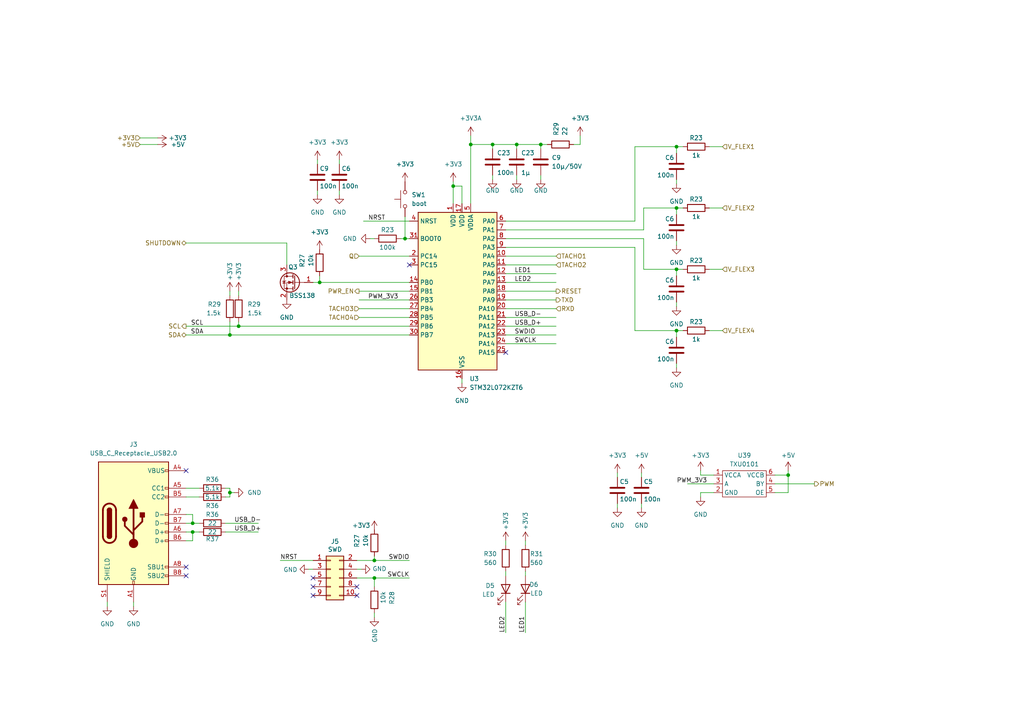
<source format=kicad_sch>
(kicad_sch (version 20231120) (generator "eeschema") (generator_version "8.0")
  (paper "A4")
  (lib_symbols
    (symbol "Connector:USB_C_Receptacle_USB2.0" (pin_names (offset 1.016))
      (property "Reference" "J" (at -10.16 19.05 0))
      (property "Value" "USB_C_Receptacle_USB2.0" (at 19.05 19.05 0))
      (symbol "USB_C_Receptacle_USB2.0_1_1"
        (pin passive line (at 0 -22.86 90) (length 5.08) (name "GND") (number "A1"))
        (pin passive line (at 0 -22.86 90) (length 5.08) hide (name "GND") (number "A12"))
        (pin passive line (at 15.24 15.24 180) (length 5.08) (name "VBUS") (number "A4"))
        (pin bidirectional line (at 15.24 10.16 180) (length 5.08) (name "CC1") (number "A5"))
        (pin bidirectional line (at 15.24 -2.54 180) (length 5.08) (name "D+") (number "A6"))
        (pin bidirectional line (at 15.24 2.54 180) (length 5.08) (name "D-") (number "A7"))
        (pin bidirectional line (at 15.24 -12.7 180) (length 5.08) (name "SBU1") (number "A8"))
        (pin passive line (at 15.24 15.24 180) (length 5.08) hide (name "VBUS") (number "A9"))
        (pin passive line (at 0 -22.86 90) (length 5.08) hide (name "GND") (number "B1"))
        (pin passive line (at 0 -22.86 90) (length 5.08) hide (name "GND") (number "B12"))
        (pin passive line (at 15.24 15.24 180) (length 5.08) hide (name "VBUS") (number "B4"))
        (pin bidirectional line (at 15.24 7.62 180) (length 5.08) (name "CC2") (number "B5"))
        (pin bidirectional line (at 15.24 -5.08 180) (length 5.08) (name "D+") (number "B6"))
        (pin bidirectional line (at 15.24 0 180) (length 5.08) (name "D-") (number "B7"))
        (pin bidirectional line (at 15.24 -15.24 180) (length 5.08) (name "SBU2") (number "B8"))
        (pin passive line (at 15.24 15.24 180) (length 5.08) hide (name "VBUS") (number "B9"))
        (pin passive line (at -7.62 -22.86 90) (length 5.08) (name "SHIELD") (number "S1"))
      )
    )
    (symbol "Device:C" (pin_numbers hide) (pin_names (offset 0.254))
      (property "Reference" "C" (at 0.635 2.54 0))
      (property "Value" "C" (at 0.635 -2.54 0))
      (symbol "C_1_1"
        (pin passive line (at 0 3.81 270) (length 2.794) (name "~") (number "1"))
        (pin passive line (at 0 -3.81 90) (length 2.794) (name "~") (number "2"))
      )
    )
    (symbol "Device:LED" (pin_numbers hide) (pin_names (offset 1.016) hide)
      (property "Reference" "D" (at 0 2.54 0))
      (property "Value" "LED" (at 0 -2.54 0))
      (symbol "LED_1_1"
        (pin passive line (at -3.81 0 0) (length 2.54) (name "K") (number "1"))
        (pin passive line (at 3.81 0 180) (length 2.54) (name "A") (number "2"))
      )
    )
    (symbol "Device:R" (pin_numbers hide) (pin_names (offset 0))
      (property "Reference" "R" (at 2.032 0 90))
      (property "Value" "R" (at 0 0 90))
      (symbol "R_1_1"
        (pin passive line (at 0 3.81 270) (length 1.27) (name "~") (number "1"))
        (pin passive line (at 0 -3.81 90) (length 1.27) (name "~") (number "2"))
      )
    )
    (symbol "GND_1" (power) (pin_names (offset 0))
      (property "Value" "GND_1" (at 0 -3.81 0))
      (symbol "GND_1_1_1"
        (pin power_in line (at 0 0 270) (length 0) hide (name "GND") (number "1"))
      )
    )
    (symbol "MCU_ST_STM32L0:STM32L052K6Tx"
      (property "Reference" "U" (at -10.16 24.13 0))
      (property "Value" "STM32L052K6Tx" (at 7.62 24.13 0))
      (symbol "STM32L052K6Tx_1_1"
        (pin power_in line (at 0 25.4 270) (length 2.54) (name "VDD") (number "1"))
        (pin bidirectional line (at 15.24 10.16 180) (length 2.54) (name "PA4") (number "10"))
        (pin bidirectional line (at 15.24 7.62 180) (length 2.54) (name "PA5") (number "11"))
        (pin bidirectional line (at 15.24 5.08 180) (length 2.54) (name "PA6") (number "12"))
        (pin bidirectional line (at 15.24 2.54 180) (length 2.54) (name "PA7") (number "13"))
        (pin bidirectional line (at -12.7 2.54 0) (length 2.54) (name "PB0") (number "14"))
        (pin bidirectional line (at -12.7 0 0) (length 2.54) (name "PB1") (number "15"))
        (pin power_in line (at 2.54 -25.4 90) (length 2.54) (name "VSS") (number "16"))
        (pin power_in line (at 2.54 25.4 270) (length 2.54) (name "VDD") (number "17"))
        (pin bidirectional line (at 15.24 0 180) (length 2.54) (name "PA8") (number "18"))
        (pin bidirectional line (at 15.24 -2.54 180) (length 2.54) (name "PA9") (number "19"))
        (pin bidirectional line (at -12.7 10.16 0) (length 2.54) (name "PC14") (number "2"))
        (pin bidirectional line (at 15.24 -5.08 180) (length 2.54) (name "PA10") (number "20"))
        (pin bidirectional line (at 15.24 -7.62 180) (length 2.54) (name "PA11") (number "21"))
        (pin bidirectional line (at 15.24 -10.16 180) (length 2.54) (name "PA12") (number "22"))
        (pin bidirectional line (at 15.24 -12.7 180) (length 2.54) (name "PA13") (number "23"))
        (pin bidirectional line (at 15.24 -15.24 180) (length 2.54) (name "PA14") (number "24"))
        (pin bidirectional line (at 15.24 -17.78 180) (length 2.54) (name "PA15") (number "25"))
        (pin bidirectional line (at -12.7 -2.54 0) (length 2.54) (name "PB3") (number "26"))
        (pin bidirectional line (at -12.7 -5.08 0) (length 2.54) (name "PB4") (number "27"))
        (pin bidirectional line (at -12.7 -7.62 0) (length 2.54) (name "PB5") (number "28"))
        (pin bidirectional line (at -12.7 -10.16 0) (length 2.54) (name "PB6") (number "29"))
        (pin bidirectional line (at -12.7 7.62 0) (length 2.54) (name "PC15") (number "3"))
        (pin bidirectional line (at -12.7 -12.7 0) (length 2.54) (name "PB7") (number "30"))
        (pin input line (at -12.7 15.24 0) (length 2.54) (name "BOOT0") (number "31"))
        (pin passive line (at 2.54 -25.4 90) (length 2.54) hide (name "VSS") (number "32"))
        (pin input line (at -12.7 20.32 0) (length 2.54) (name "NRST") (number "4"))
        (pin power_in line (at 5.08 25.4 270) (length 2.54) (name "VDDA") (number "5"))
        (pin bidirectional line (at 15.24 20.32 180) (length 2.54) (name "PA0") (number "6"))
        (pin bidirectional line (at 15.24 17.78 180) (length 2.54) (name "PA1") (number "7"))
        (pin bidirectional line (at 15.24 15.24 180) (length 2.54) (name "PA2") (number "8"))
        (pin bidirectional line (at 15.24 12.7 180) (length 2.54) (name "PA3") (number "9"))
      )
    )
    (symbol "Switch:SW_Push" (pin_numbers hide) (pin_names (offset 1.016) hide)
      (property "Reference" "SW" (at 1.27 2.54 0))
      (property "Value" "SW_Push" (at 0 -1.524 0))
      (symbol "SW_Push_0_1"
        (pin passive line (at -5.08 0 0) (length 2.54) (name "1") (number "1"))
        (pin passive line (at 5.08 0 180) (length 2.54) (name "2") (number "2"))
      )
    )
    (symbol "Transistor_FET:BSS138" (pin_names hide)
      (property "Reference" "Q" (at 5.08 1.905 0))
      (property "Value" "BSS138" (at 5.08 0 0))
      (symbol "BSS138_1_1"
        (pin input line (at -5.08 0 0) (length 2.54) (name "G") (number "1"))
        (pin passive line (at 2.54 -5.08 90) (length 2.54) (name "S") (number "2"))
        (pin passive line (at 2.54 5.08 270) (length 2.54) (name "D") (number "3"))
      )
    )
    (symbol "clock-rescue:R" (pin_numbers hide) (pin_names (offset 0))
      (property "Reference" "R" (at 2.032 0 90))
      (property "Value" "R" (at 0 0 90))
      (symbol "R_1_1"
        (pin passive line (at 0 3.81 270) (length 1.27) (name "~") (number "1"))
        (pin passive line (at 0 -3.81 90) (length 1.27) (name "~") (number "2"))
      )
    )
    (symbol "dwc-hat-rescue:+3V3-power" (power) (pin_names (offset 0))
      (property "Value" "+3V3-power" (at 0 3.556 0))
      (symbol "+3V3-power_1_1"
        (pin power_in line (at 0 0 90) (length 0) hide (name "+3V3") (number "1"))
      )
    )
    (symbol "dwc-hat-rescue:Conn_02x05_Odd_Even-Connector_Generic" (pin_names (offset 1.016) hide)
      (property "Reference" "J" (at 1.27 7.62 0))
      (property "Value" "Connector_Generic_Conn_02x05_Odd_Even" (at 1.27 -7.62 0))
      (symbol "Conn_02x05_Odd_Even-Connector_Generic_1_1"
        (pin passive line (at -5.08 5.08 0) (length 3.81) (name "Pin_1") (number "1"))
        (pin passive line (at 7.62 -5.08 180) (length 3.81) (name "Pin_10") (number "10"))
        (pin passive line (at 7.62 5.08 180) (length 3.81) (name "Pin_2") (number "2"))
        (pin passive line (at -5.08 2.54 0) (length 3.81) (name "Pin_3") (number "3"))
        (pin passive line (at 7.62 2.54 180) (length 3.81) (name "Pin_4") (number "4"))
        (pin passive line (at -5.08 0 0) (length 3.81) (name "Pin_5") (number "5"))
        (pin passive line (at 7.62 0 180) (length 3.81) (name "Pin_6") (number "6"))
        (pin passive line (at -5.08 -2.54 0) (length 3.81) (name "Pin_7") (number "7"))
        (pin passive line (at 7.62 -2.54 180) (length 3.81) (name "Pin_8") (number "8"))
        (pin passive line (at -5.08 -5.08 0) (length 3.81) (name "Pin_9") (number "9"))
      )
    )
    (symbol "dwc-hat-rescue:GND-power" (power) (pin_names (offset 0))
      (property "Value" "GND-power" (at 0 -3.81 0))
      (symbol "GND-power_1_1"
        (pin power_in line (at 0 0 270) (length 0) hide (name "GND") (number "1"))
      )
    )
    (symbol "dwc-hat-rescue:R-Device" (pin_numbers hide) (pin_names (offset 0))
      (property "Reference" "R" (at 2.032 0 90))
      (property "Value" "Device_R" (at 0 0 90))
      (symbol "R-Device_1_1"
        (pin passive line (at 0 3.81 270) (length 1.27) (name "~") (number "1"))
        (pin passive line (at 0 -3.81 90) (length 1.27) (name "~") (number "2"))
      )
    )
    (symbol "mylib7:+3V3A" (power) (pin_names (offset 0))
      (property "Value" "+3V3A" (at 0 3.556 0))
      (symbol "+3V3A_1_1"
        (pin power_in line (at 0 0 90) (length 0) hide (name "+3V3A") (number "1"))
      )
    )
    (symbol "mylib7:TXU0101DCK"
      (property "Reference" "U" (at -5.08 5.08 0))
      (property "Value" "TXU0101" (at -1.27 -5.08 0))
      (symbol "TXU0101DCK_1_1"
        (pin power_in line (at -8.89 2.54 0) (length 2.54) (name "VCCA") (number "1"))
        (pin power_in line (at -8.89 -2.54 0) (length 2.54) (name "GND") (number "2"))
        (pin input line (at -8.89 0 0) (length 2.54) (name "A") (number "3"))
        (pin output line (at 8.89 0 180) (length 2.54) (name "BY") (number "4"))
        (pin input line (at 8.89 -2.54 180) (length 2.54) (name "OE") (number "5"))
        (pin power_in line (at 8.89 2.54 180) (length 2.54) (name "VCCB") (number "6"))
      )
    )
    (symbol "power:+3V3" (power) (pin_names (offset 0))
      (property "Value" "+3V3" (at 0 3.556 0))
      (symbol "+3V3_1_1"
        (pin power_in line (at 0 0 90) (length 0) hide (name "+3V3") (number "1"))
      )
    )
    (symbol "power:+5V" (power) (pin_names (offset 0))
      (property "Value" "+5V" (at 0 3.556 0))
      (symbol "+5V_1_1"
        (pin power_in line (at 0 0 90) (length 0) hide (name "+5V") (number "1"))
      )
    )
    (symbol "power:GND" (power) (pin_names (offset 0))
      (property "Value" "GND" (at 0 -3.81 0))
      (symbol "GND_1_1"
        (pin power_in line (at 0 0 270) (length 0) hide (name "GND") (number "1"))
      )
    )
    (symbol "vfd1-rescue:C" (pin_numbers hide) (pin_names (offset 0.254))
      (property "Reference" "C" (at 0.635 2.54 0))
      (property "Value" "C" (at 0.635 -2.54 0))
      (symbol "C_1_1"
        (pin passive line (at 0 3.81 270) (length 2.794) (name "~") (number "1"))
        (pin passive line (at 0 -3.81 90) (length 2.794) (name "~") (number "2"))
      )
    )
  )
  (junction (at 92.71 81.915))
  (junction (at 196.215 78.105))
  (junction (at 55.88 151.765))
  (junction (at 69.215 94.615))
  (junction (at 196.215 42.545))
  (junction (at 149.86 41.91))
  (junction (at 55.88 154.305))
  (junction (at 136.525 41.91))
  (junction (at 228.6 137.795))
  (junction (at 196.215 95.885))
  (junction (at 142.875 41.91))
  (junction (at 108.585 162.56))
  (junction (at 156.845 41.91))
  (junction (at 108.585 167.64))
  (junction (at 131.445 53.975))
  (junction (at 196.215 60.325))
  (junction (at 66.675 97.155))
  (junction (at 66.675 142.875))
  (junction (at 117.475 69.215))
  (no_connect (at 53.975 136.525))
  (no_connect (at 53.975 167.005))
  (no_connect (at 90.805 172.72))
  (no_connect (at 118.745 76.835))
  (no_connect (at 90.805 170.18))
  (no_connect (at 103.505 172.72))
  (no_connect (at 103.505 170.18))
  (no_connect (at 53.975 164.465))
  (no_connect (at 90.805 167.64))
  (no_connect (at 146.685 102.235))
  (wire (pts (xy 136.525 41.91) (xy 136.525 59.055)))
  (wire (pts (xy 224.79 137.795) (xy 228.6 137.795)))
  (wire (pts (xy 69.215 93.345) (xy 69.215 94.615)))
  (wire (pts (xy 186.055 146.05) (xy 186.055 147.32)))
  (wire (pts (xy 116.205 69.215) (xy 117.475 69.215)))
  (wire (pts (xy 53.975 144.145) (xy 57.785 144.145)))
  (wire (pts (xy 65.405 141.605) (xy 66.675 141.605)))
  (wire (pts (xy 184.15 42.545) (xy 184.15 64.135)))
  (wire (pts (xy 186.055 137.16) (xy 186.055 138.43)))
  (wire (pts (xy 146.685 74.295) (xy 161.29 74.295)))
  (wire (pts (xy 92.71 81.915) (xy 118.745 81.915)))
  (wire (pts (xy 184.15 71.755) (xy 184.15 95.885)))
  (wire (pts (xy 118.745 92.075) (xy 104.14 92.075)))
  (wire (pts (xy 196.215 42.545) (xy 196.215 44.45)))
  (wire (pts (xy 203.2 142.875) (xy 207.01 142.875)))
  (wire (pts (xy 131.445 52.705) (xy 131.445 53.975)))
  (wire (pts (xy 156.845 41.91) (xy 156.845 43.18)))
  (wire (pts (xy 228.6 142.875) (xy 228.6 137.795)))
  (wire (pts (xy 186.69 60.325) (xy 186.69 66.675)))
  (wire (pts (xy 146.685 84.455) (xy 161.29 84.455)))
  (wire (pts (xy 104.775 165.1) (xy 103.505 165.1)))
  (wire (pts (xy 117.475 69.215) (xy 118.745 69.215)))
  (wire (pts (xy 66.675 144.145) (xy 65.405 144.145)))
  (wire (pts (xy 146.685 94.615) (xy 161.29 94.615)))
  (wire (pts (xy 104.14 84.455) (xy 118.745 84.455)))
  (wire (pts (xy 55.88 151.765) (xy 57.785 151.765)))
  (wire (pts (xy 146.685 97.155) (xy 161.29 97.155)))
  (wire (pts (xy 205.74 78.105) (xy 209.55 78.105)))
  (wire (pts (xy 81.28 162.56) (xy 90.805 162.56)))
  (wire (pts (xy 149.86 41.91) (xy 156.845 41.91)))
  (wire (pts (xy 107.315 69.215) (xy 108.585 69.215)))
  (wire (pts (xy 146.685 92.075) (xy 161.29 92.075)))
  (wire (pts (xy 133.985 109.855) (xy 133.985 111.125)))
  (wire (pts (xy 108.585 162.56) (xy 103.505 162.56)))
  (wire (pts (xy 146.685 64.135) (xy 184.15 64.135)))
  (wire (pts (xy 66.675 93.345) (xy 66.675 97.155)))
  (wire (pts (xy 31.115 174.625) (xy 31.115 175.895)))
  (wire (pts (xy 196.215 87.63) (xy 196.215 88.9)))
  (wire (pts (xy 108.585 161.29) (xy 108.585 162.56)))
  (wire (pts (xy 146.685 79.375) (xy 161.29 79.375)))
  (wire (pts (xy 55.88 149.225) (xy 55.88 151.765)))
  (wire (pts (xy 146.685 156.845) (xy 146.685 158.115)))
  (wire (pts (xy 205.74 95.885) (xy 209.55 95.885)))
  (wire (pts (xy 104.14 86.995) (xy 118.745 86.995)))
  (wire (pts (xy 198.12 60.325) (xy 196.215 60.325)))
  (wire (pts (xy 92.71 80.01) (xy 92.71 81.915)))
  (wire (pts (xy 66.675 84.455) (xy 66.675 85.725)))
  (wire (pts (xy 149.86 50.8) (xy 149.86 52.07)))
  (wire (pts (xy 146.685 71.755) (xy 184.15 71.755)))
  (wire (pts (xy 146.685 174.625) (xy 146.685 183.515)))
  (wire (pts (xy 69.215 84.455) (xy 69.215 85.725)))
  (wire (pts (xy 92.075 46.355) (xy 92.075 47.625)))
  (wire (pts (xy 152.4 165.735) (xy 152.4 167.005)))
  (wire (pts (xy 38.735 174.625) (xy 38.735 175.895)))
  (wire (pts (xy 186.69 78.105) (xy 196.215 78.105)))
  (wire (pts (xy 142.875 50.8) (xy 142.875 52.07)))
  (wire (pts (xy 92.075 55.245) (xy 92.075 56.515)))
  (wire (pts (xy 98.425 55.245) (xy 98.425 56.515)))
  (wire (pts (xy 196.215 78.105) (xy 196.215 80.01)))
  (wire (pts (xy 105.41 64.135) (xy 118.745 64.135)))
  (wire (pts (xy 198.12 78.105) (xy 196.215 78.105)))
  (wire (pts (xy 149.86 41.91) (xy 149.86 43.18)))
  (wire (pts (xy 186.69 60.325) (xy 196.215 60.325)))
  (wire (pts (xy 118.745 167.64) (xy 108.585 167.64)))
  (wire (pts (xy 142.875 41.91) (xy 142.875 43.18)))
  (wire (pts (xy 156.845 50.8) (xy 156.845 52.07)))
  (wire (pts (xy 198.12 95.885) (xy 196.215 95.885)))
  (wire (pts (xy 66.675 97.155) (xy 118.745 97.155)))
  (wire (pts (xy 55.88 156.845) (xy 53.975 156.845)))
  (wire (pts (xy 65.405 154.305) (xy 74.93 154.305)))
  (wire (pts (xy 108.585 167.64) (xy 103.505 167.64)))
  (wire (pts (xy 108.585 177.8) (xy 108.585 179.07)))
  (wire (pts (xy 142.875 41.91) (xy 149.86 41.91)))
  (wire (pts (xy 146.685 66.675) (xy 186.69 66.675)))
  (wire (pts (xy 133.985 53.975) (xy 131.445 53.975)))
  (wire (pts (xy 146.685 165.735) (xy 146.685 167.005)))
  (wire (pts (xy 196.215 95.885) (xy 196.215 97.79)))
  (wire (pts (xy 146.685 81.915) (xy 161.29 81.915)))
  (wire (pts (xy 136.525 41.91) (xy 142.875 41.91)))
  (wire (pts (xy 184.15 42.545) (xy 196.215 42.545)))
  (wire (pts (xy 196.215 52.07) (xy 196.215 53.34)))
  (wire (pts (xy 69.215 94.615) (xy 118.745 94.615)))
  (wire (pts (xy 186.69 69.215) (xy 186.69 78.105)))
  (wire (pts (xy 98.425 46.355) (xy 98.425 47.625)))
  (wire (pts (xy 179.07 137.16) (xy 179.07 138.43)))
  (wire (pts (xy 104.14 74.295) (xy 118.745 74.295)))
  (wire (pts (xy 40.64 41.91) (xy 45.72 41.91)))
  (wire (pts (xy 198.12 42.545) (xy 196.215 42.545)))
  (wire (pts (xy 224.79 142.875) (xy 228.6 142.875)))
  (wire (pts (xy 117.475 62.865) (xy 117.475 69.215)))
  (wire (pts (xy 146.685 76.835) (xy 161.29 76.835)))
  (wire (pts (xy 53.975 97.155) (xy 66.675 97.155)))
  (wire (pts (xy 55.88 151.765) (xy 53.975 151.765)))
  (wire (pts (xy 133.985 53.975) (xy 133.985 59.055)))
  (wire (pts (xy 196.215 105.41) (xy 196.215 106.68)))
  (wire (pts (xy 53.975 94.615) (xy 69.215 94.615)))
  (wire (pts (xy 196.215 69.85) (xy 196.215 71.12)))
  (wire (pts (xy 152.4 174.625) (xy 152.4 183.515)))
  (wire (pts (xy 66.675 142.875) (xy 66.675 144.145)))
  (wire (pts (xy 53.975 149.225) (xy 55.88 149.225)))
  (wire (pts (xy 146.685 89.535) (xy 161.29 89.535)))
  (wire (pts (xy 108.585 170.18) (xy 108.585 167.64)))
  (wire (pts (xy 146.685 69.215) (xy 186.69 69.215)))
  (wire (pts (xy 203.2 136.525) (xy 203.2 137.795)))
  (wire (pts (xy 40.64 40.005) (xy 45.72 40.005)))
  (wire (pts (xy 205.74 42.545) (xy 209.55 42.545)))
  (wire (pts (xy 55.88 154.305) (xy 55.88 156.845)))
  (wire (pts (xy 168.275 39.37) (xy 168.275 41.91)))
  (wire (pts (xy 203.2 144.145) (xy 203.2 142.875)))
  (wire (pts (xy 66.675 141.605) (xy 66.675 142.875)))
  (wire (pts (xy 228.6 137.795) (xy 228.6 136.525)))
  (wire (pts (xy 179.07 146.05) (xy 179.07 147.32)))
  (wire (pts (xy 89.535 165.1) (xy 90.805 165.1)))
  (wire (pts (xy 146.685 99.695) (xy 161.29 99.695)))
  (wire (pts (xy 156.845 41.91) (xy 158.75 41.91)))
  (wire (pts (xy 196.215 60.325) (xy 196.215 62.23)))
  (wire (pts (xy 136.525 39.37) (xy 136.525 41.91)))
  (wire (pts (xy 53.975 141.605) (xy 57.785 141.605)))
  (wire (pts (xy 199.39 140.335) (xy 207.01 140.335)))
  (wire (pts (xy 224.79 140.335) (xy 236.22 140.335)))
  (wire (pts (xy 118.745 89.535) (xy 104.14 89.535)))
  (wire (pts (xy 205.74 60.325) (xy 209.55 60.325)))
  (wire (pts (xy 90.805 81.915) (xy 92.71 81.915)))
  (wire (pts (xy 65.405 151.765) (xy 74.93 151.765)))
  (wire (pts (xy 118.745 162.56) (xy 108.585 162.56)))
  (wire (pts (xy 53.975 154.305) (xy 55.88 154.305)))
  (wire (pts (xy 55.88 154.305) (xy 57.785 154.305)))
  (wire (pts (xy 83.185 70.485) (xy 83.185 76.835)))
  (wire (pts (xy 203.2 137.795) (xy 207.01 137.795)))
  (wire (pts (xy 66.675 142.875) (xy 67.945 142.875)))
  (wire (pts (xy 53.975 70.485) (xy 83.185 70.485)))
  (wire (pts (xy 168.275 41.91) (xy 166.37 41.91)))
  (wire (pts (xy 131.445 53.975) (xy 131.445 59.055)))
  (wire (pts (xy 146.685 86.995) (xy 161.29 86.995)))
  (wire (pts (xy 152.4 156.845) (xy 152.4 158.115)))
  (wire (pts (xy 184.15 95.885) (xy 196.215 95.885)))
  (label "SWCLK" (at 118.745 167.64 180))
  (label "SWDIO" (at 118.745 162.56 180))
  (label "SWDIO" (at 149.225 97.155 0))
  (label "USB_D-" (at 149.225 92.075 0))
  (label "USB_D-" (at 67.945 151.765 0))
  (label "PWM_3V3" (at 115.57 86.995 180))
  (label "SWCLK" (at 149.225 99.695 0))
  (label "USB_D+" (at 67.945 154.305 0))
  (label "LED1" (at 149.225 79.375 0))
  (label "LED2" (at 146.685 183.515 90))
  (label "NRST" (at 81.28 162.56 0))
  (label "LED2" (at 149.225 81.915 0))
  (label "SCL" (at 59.055 94.615 180))
  (label "NRST" (at 111.76 64.135 180))
  (label "SDA" (at 59.055 97.155 180))
  (label "PWM_3V3" (at 205.105 140.335 180))
  (label "USB_D+" (at 149.225 94.615 0))
  (label "LED1" (at 152.4 183.515 90))
  (hierarchical_label "V_FLEX4" (shape input) (at 209.55 95.885 0))
  (hierarchical_label "+5V" (shape input) (at 40.64 41.91 180))
  (hierarchical_label "SCL" (shape output) (at 53.975 94.615 180))
  (hierarchical_label "TACHO3" (shape input) (at 104.14 89.535 180))
  (hierarchical_label "RESET" (shape output) (at 161.29 84.455 0))
  (hierarchical_label "Q" (shape input) (at 104.14 74.295 180))
  (hierarchical_label "TACHO2" (shape input) (at 161.29 76.835 0))
  (hierarchical_label "PWM" (shape output) (at 236.22 140.335 0))
  (hierarchical_label "PWR_EN" (shape output) (at 104.14 84.455 180))
  (hierarchical_label "V_FLEX1" (shape input) (at 209.55 42.545 0))
  (hierarchical_label "TXD" (shape output) (at 161.29 86.995 0))
  (hierarchical_label "TACHO1" (shape input) (at 161.29 74.295 0))
  (hierarchical_label "V_FLEX2" (shape input) (at 209.55 60.325 0))
  (hierarchical_label "V_FLEX3" (shape input) (at 209.55 78.105 0))
  (hierarchical_label "+3V3" (shape input) (at 40.64 40.005 180))
  (hierarchical_label "RXD" (shape input) (at 161.29 89.535 0))
  (hierarchical_label "TACHO4" (shape input) (at 104.14 92.075 180))
  (hierarchical_label "SHUTDOWN" (shape bidirectional) (at 53.975 70.485 180))
  (hierarchical_label "SDA" (shape bidirectional) (at 53.975 97.155 180))
  (symbol (lib_id "power:+3V3") (at 45.72 40.005 270) (unit 1)
    (property "Reference" "#PWR038" (effects (hide yes)))
    (property "Value" "+3V3" (at 48.895 40.005 90) (effects (justify left)))
    (instances (project "vfd-night-projector-clock" (path "" (reference "#PWR038") (unit 1))) (project "pi" (path "" (reference "#PWR020") (unit 1))) (project "flex4axe" (path "" (reference "#PWR054") (unit 1)) (path "" (reference "#PWR052") (unit 1))) (project "flex" (path "" (reference "#PWR020") (unit 1))))
  )
  (symbol (lib_id "power:+3V3") (at 117.475 52.705 0) (mirror y) (unit 1)
    (property "Reference" "#PWR038" (effects (hide yes)))
    (property "Value" "+3V3" (at 117.475 47.625 0))
    (instances (project "vfd-night-projector-clock" (path "" (reference "#PWR038") (unit 1))) (project "pi" (path "" (reference "#PWR020") (unit 1))) (project "eload" (path "" (reference "#PWR016") (unit 1))) (project "flex4axe" (path "" (reference "#PWR0148") (unit 1))))
  )
  (symbol (lib_id "Device:C") (at 149.86 46.99 0) (unit 1)
    (property "Reference" "C23" (at 151.13 45.085 0) (effects (justify left bottom)))
    (property "Value" "1µ" (at 151.13 50.8 0) (effects (justify left bottom)))
    (property "Footprint" "Capacitor_SMD:C_0805_2012Metric" (effects (hide yes)))
    (instances (project "pi" (path "" (reference "C23") (unit 1))) (project "eload" (path "" (reference "C14") (unit 1))) (project "flex4axe" (path "" (reference "C25") (unit 1))))
  )
  (symbol (lib_id "power:GND") (at 196.215 88.9 0) (unit 1)
    (property "Reference" "#PWR077" (effects (hide yes)))
    (property "Value" "GND" (at 196.215 93.98 0))
  )
  (symbol (lib_id "clock-rescue:R") (at 61.595 154.305 270) (unit 1)
    (property "Reference" "R37" (at 61.595 156.337 90))
    (property "Value" "22" (at 61.595 154.305 90))
    (property "Footprint" "Resistor_SMD:R_0805_2012Metric" (effects (hide yes)))
    (instances (project "clockmicro" (path "" (reference "R37") (unit 1))) (project "fanpi" (path "" (reference "R20") (unit 1))) (project "vfd-night-projector-clock" (path "" (reference "R28") (unit 1))) (project "pi" (path "" (reference "R2") (unit 1))) (project "flex4axe" (path "" (reference "R27") (unit 1)) (path "" (reference "R31") (unit 1))))
  )
  (symbol (lib_id "dwc-hat-rescue:GND-power") (at 89.535 165.1 270) (unit 1)
    (property "Reference" "#PWR011" (effects (hide yes)))
    (property "Value" "GND" (at 86.2838 165.227 90) (effects (justify right)))
    (instances (project "dwc-hat" (path "" (reference "#PWR011") (unit 1))) (project "fanpi" (path "" (reference "#PWR011") (unit 1))) (project "vfd-night-projector-clock" (path "" (reference "#PWR041") (unit 1))) (project "pi" (path "" (reference "#PWR02") (unit 1))) (project "flex4axe" (path "" (reference "#PWR039") (unit 1)) (path "" (reference "#PWR089") (unit 1))) (project "flex" (path "" (reference "#PWR01") (unit 1))))
  )
  (symbol (lib_id "power:+3V3") (at 203.2 136.525 0) (unit 1)
    (property "Reference" "#PWR0204" (effects (hide yes)))
    (property "Value" "+3V3" (at 203.2 132.08 0))
    (instances (project "pi" (path "" (reference "#PWR0204") (unit 1))) (project "flex4axe" (path "" (reference "#PWR058") (unit 1)) (path "" (reference "#PWR0107") (unit 1))) (project "flex" (path "" (reference "#PWR03") (unit 1))))
  )
  (symbol (lib_id "power:GND") (at 196.215 71.12 0) (unit 1)
    (property "Reference" "#PWR075" (effects (hide yes)))
    (property "Value" "GND" (at 196.215 76.2 0))
  )
  (symbol (lib_id "power:GND") (at 149.86 52.07 0) (unit 1)
    (property "Reference" "#PWR045" (effects (hide yes)))
    (property "Value" "GND" (at 149.86 55.245 0))
    (instances (project "eload" (path "" (reference "#PWR045") (unit 1))) (project "flex4axe" (path "" (reference "#PWR0117") (unit 1))))
  )
  (symbol (lib_id "power:GND") (at 31.115 175.895 0) (unit 1)
    (property "Reference" "#PWR040" (effects (hide yes)))
    (property "Value" "GND" (at 31.115 180.975 0))
    (instances (project "flex4axe" (path "" (reference "#PWR040") (unit 1)) (path "" (reference "#PWR080") (unit 1))))
  )
  (symbol (lib_id "dwc-hat-rescue:GND-power") (at 108.585 179.07 0) (unit 1)
    (property "Reference" "#PWR013" (effects (hide yes)))
    (property "Value" "GND" (at 108.712 182.3212 90) (effects (justify right)))
    (instances (project "dwc-hat" (path "" (reference "#PWR013") (unit 1))) (project "fanpi" (path "" (reference "#PWR015") (unit 1))) (project "vfd-night-projector-clock" (path "" (reference "#PWR043") (unit 1))) (project "pi" (path "" (reference "#PWR06") (unit 1))) (project "flex4axe" (path "" (reference "#PWR052") (unit 1)) (path "" (reference "#PWR097") (unit 1))) (project "flex" (path "" (reference "#PWR08") (unit 1))))
  )
  (symbol (lib_id "vfd1-rescue:C") (at 98.425 51.435 0) (unit 1)
    (property "Reference" "C6" (at 99.06 48.895 0) (effects (justify left)))
    (property "Value" "100n" (at 99.06 53.975 0) (effects (justify left)))
    (property "Footprint" "Capacitor_SMD:C_0805_2012Metric" (effects (hide yes)))
    (instances (project "vfd-night-projector-clock" (path "" (reference "C6") (unit 1))) (project "pi" (path "" (reference "C4") (unit 1))) (project "flex4axe" (path "" (reference "C28") (unit 1)) (path "" (reference "C15") (unit 1))) (project "flex" (path "" (reference "C2") (unit 1))))
  )
  (symbol (lib_id "power:GND") (at 98.425 56.515 0) (unit 1)
    (property "Reference" "#PWR052" (effects (hide yes)))
    (property "Value" "GND" (at 98.425 61.595 0))
    (instances (project "vfd-night-projector-clock" (path "" (reference "#PWR052") (unit 1))) (project "pi" (path "" (reference "#PWR015") (unit 1))) (project "flex4axe" (path "" (reference "#PWR045") (unit 1)) (path "" (reference "#PWR094") (unit 1))) (project "flex" (path "" (reference "#PWR016") (unit 1))))
  )
  (symbol (lib_id "Device:R") (at 152.4 161.925 0) (unit 1)
    (property "Reference" "R31" (at 153.67 160.655 0) (effects (justify left)))
    (property "Value" "560" (at 153.67 163.195 0) (effects (justify left)))
    (property "Footprint" "Resistor_SMD:R_0805_2012Metric" (effects (hide yes)))
    (instances (project "pi" (path "" (reference "R31") (unit 1))) (project "flex4axe" (path "" (reference "R25") (unit 1)) (path "" (reference "R38") (unit 1))) (project "flex" (path "" (reference "R6") (unit 1))))
  )
  (symbol (lib_id "Switch:SW_Push") (at 117.475 57.785 90) (unit 1)
    (property "Reference" "SW1" (at 119.38 56.515 90) (effects (justify right)))
    (property "Value" "boot" (at 119.38 59.055 90) (effects (justify right)))
    (property "Footprint" "Button_Switch_SMD:SW_Push_1P1T_NO_CK_KMR2" (effects (hide yes)))
    (property "Distributor" "D" (effects (hide yes)))
    (property "Manufacturer" "KMR231NG ULC LFS" (effects (hide yes)))
    (property "OrderNr" "CKN10284CT-ND" (effects (hide yes)))
  )
  (symbol (lib_id "mylib7:+3V3A") (at 136.525 39.37 0) (unit 1)
    (property "Reference" "#PWR031" (effects (hide yes)))
    (property "Value" "+3V3A" (at 136.525 34.29 0))
    (instances (project "eload" (path "" (reference "#PWR031") (unit 1))) (project "flex4axe" (path "" (reference "#PWR054") (unit 1))))
  )
  (symbol (lib_id "power:GND") (at 179.07 147.32 0) (unit 1)
    (property "Reference" "#PWR053" (effects (hide yes)))
    (property "Value" "GND" (at 179.07 152.4 0))
    (instances (project "vfd-night-projector-clock" (path "" (reference "#PWR053") (unit 1))) (project "pi" (path "" (reference "#PWR018") (unit 1))) (project "flex4axe" (path "" (reference "#PWR050") (unit 1)) (path "" (reference "#PWR0104") (unit 1))) (project "flex" (path "" (reference "#PWR018") (unit 1))))
  )
  (symbol (lib_id "Device:C") (at 156.845 46.99 0) (unit 1)
    (property "Reference" "C9" (at 160.02 45.72 0) (effects (justify left)))
    (property "Value" "10µ/50V" (at 160.02 48.26 0) (effects (justify left)))
    (property "Footprint" "Capacitor_SMD:C_1206_3216Metric" (effects (hide yes)))
    (instances (project "eload" (path "" (reference "C9") (unit 1))) (project "flex4axe" (path "" (reference "C26") (unit 1))))
  )
  (symbol (lib_id "power:GND") (at 67.945 142.875 90) (unit 1)
    (property "Reference" "#PWR047" (effects (hide yes)))
    (property "Value" "GND" (at 71.755 142.875 90) (effects (justify right)))
    (instances (project "flex4axe" (path "" (reference "#PWR047") (unit 1)) (path "" (reference "#PWR087") (unit 1))))
  )
  (symbol (lib_id "vfd1-rescue:C") (at 179.07 142.24 0) (unit 1)
    (property "Reference" "C5" (at 179.705 139.7 0) (effects (justify left)))
    (property "Value" "100n" (at 179.705 144.78 0) (effects (justify left)))
    (property "Footprint" "Capacitor_SMD:C_0805_2012Metric" (effects (hide yes)))
    (instances (project "vfd-night-projector-clock" (path "" (reference "C5") (unit 1))) (project "pi" (path "" (reference "C5") (unit 1))) (project "flex4axe" (path "" (reference "C29") (unit 1)) (path "" (reference "C16") (unit 1))) (project "flex" (path "" (reference "C3") (unit 1))))
  )
  (symbol (lib_id "Device:R") (at 201.93 78.105 90) (unit 1)
    (property "Reference" "R23" (at 201.93 75.565 90))
    (property "Value" "1k" (at 201.93 80.645 90))
    (property "Footprint" "Resistor_SMD:R_0805_2012Metric" (effects (hide yes)))
    (instances (project "vfd-night-projector-clock" (path "" (reference "R23") (unit 1))) (project "pi" (path "" (reference "R5") (unit 1))) (project "flex4axe" (path "" (reference "R23") (unit 1)) (path "" (reference "R33") (unit 1))) (project "flex" (path "" (reference "R8") (unit 1))))
  )
  (symbol (lib_id "power:+3V3") (at 98.425 46.355 0) (unit 1)
    (property "Reference" "#PWR049" (effects (hide yes)))
    (property "Value" "+3V3" (at 98.425 41.275 0))
    (instances (project "vfd-night-projector-clock" (path "" (reference "#PWR049") (unit 1))) (project "pi" (path "" (reference "#PWR014") (unit 1))) (project "flex4axe" (path "" (reference "#PWR044") (unit 1)) (path "" (reference "#PWR093") (unit 1))) (project "flex" (path "" (reference "#PWR014") (unit 1))))
  )
  (symbol (lib_id "vfd1-rescue:C") (at 92.075 51.435 0) (unit 1)
    (property "Reference" "C9" (at 92.71 48.895 0) (effects (justify left)))
    (property "Value" "100n" (at 92.71 53.975 0) (effects (justify left)))
    (property "Footprint" "Capacitor_SMD:C_0805_2012Metric" (effects (hide yes)))
    (instances (project "vfd-night-projector-clock" (path "" (reference "C9") (unit 1))) (project "pi" (path "" (reference "C3") (unit 1))) (project "flex4axe" (path "" (reference "C27") (unit 1)) (path "" (reference "C14") (unit 1))) (project "flex" (path "" (reference "C1") (unit 1))))
  )
  (symbol (lib_id "power:GND") (at 196.215 53.34 0) (unit 1)
    (property "Reference" "#PWR090" (effects (hide yes)))
    (property "Value" "GND" (at 196.215 58.42 0))
  )
  (symbol (lib_id "power:+3V3") (at 131.445 52.705 0) (mirror y) (unit 1)
    (property "Reference" "#PWR038" (effects (hide yes)))
    (property "Value" "+3V3" (at 131.445 47.625 0))
    (instances (project "vfd-night-projector-clock" (path "" (reference "#PWR038") (unit 1))) (project "pi" (path "" (reference "#PWR020") (unit 1))) (project "eload" (path "" (reference "#PWR016") (unit 1))) (project "flex4axe" (path "" (reference "#PWR053") (unit 1))))
  )
  (symbol (lib_id "power:+3V3") (at 179.07 137.16 0) (unit 1)
    (property "Reference" "#PWR048" (effects (hide yes)))
    (property "Value" "+3V3" (at 179.07 132.08 0))
    (instances (project "vfd-night-projector-clock" (path "" (reference "#PWR048") (unit 1))) (project "pi" (path "" (reference "#PWR017") (unit 1))) (project "flex4axe" (path "" (reference "#PWR049") (unit 1)) (path "" (reference "#PWR0103") (unit 1))) (project "flex" (path "" (reference "#PWR017") (unit 1))))
  )
  (symbol (lib_id "power:GND") (at 92.075 56.515 0) (unit 1)
    (property "Reference" "#PWR051" (effects (hide yes)))
    (property "Value" "GND" (at 92.075 61.595 0))
    (instances (project "vfd-night-projector-clock" (path "" (reference "#PWR051") (unit 1))) (project "pi" (path "" (reference "#PWR013") (unit 1))) (project "flex4axe" (path "" (reference "#PWR043") (unit 1)) (path "" (reference "#PWR092") (unit 1))) (project "flex" (path "" (reference "#PWR013") (unit 1))))
  )
  (symbol (lib_id "power:GND") (at 38.735 175.895 0) (unit 1)
    (property "Reference" "#PWR046" (effects (hide yes)))
    (property "Value" "GND" (at 38.735 180.975 0))
    (instances (project "flex4axe" (path "" (reference "#PWR046") (unit 1)) (path "" (reference "#PWR081") (unit 1))))
  )
  (symbol (lib_id "dwc-hat-rescue:R-Device") (at 108.585 157.48 0) (mirror x) (unit 1)
    (property "Reference" "R27" (at 103.505 154.94 90) (effects (justify left)))
    (property "Value" "10k" (at 106.045 154.94 90) (effects (justify left)))
    (property "Footprint" "Resistor_SMD:R_0805_2012Metric" (effects (hide yes)))
    (instances (project "dwc-hat" (path "" (reference "R27") (unit 1))) (project "fanpi" (path "" (reference "R3") (unit 1))) (project "vfd-night-projector-clock" (path "" (reference "R24") (unit 1))) (project "pi" (path "" (reference "R3") (unit 1))) (project "flex4axe" (path "" (reference "R21") (unit 1)) (path "" (reference "R34") (unit 1))) (project "flex" (path "" (reference "R3") (unit 1))))
  )
  (symbol (lib_id "clock-rescue:R") (at 61.595 141.605 270) (unit 1)
    (property "Reference" "R36" (at 61.595 139.065 90))
    (property "Value" "5.1k" (at 61.595 141.605 90))
    (property "Footprint" "Resistor_SMD:R_0805_2012Metric" (effects (hide yes)))
    (instances (project "clockmicro" (path "" (reference "R36") (unit 1))) (project "fanpi" (path "" (reference "R19") (unit 1))) (project "vfd-night-projector-clock" (path "" (reference "R27") (unit 1))) (project "pi" (path "" (reference "R1") (unit 1))) (project "flex4axe" (path "" (reference "R10") (unit 1)) (path "" (reference "R28") (unit 1))))
  )
  (symbol (lib_id "clock-rescue:R") (at 61.595 151.765 270) (unit 1)
    (property "Reference" "R36" (at 61.595 149.225 90))
    (property "Value" "22" (at 61.595 151.765 90))
    (property "Footprint" "Resistor_SMD:R_0805_2012Metric" (effects (hide yes)))
    (instances (project "clockmicro" (path "" (reference "R36") (unit 1))) (project "fanpi" (path "" (reference "R19") (unit 1))) (project "vfd-night-projector-clock" (path "" (reference "R27") (unit 1))) (project "pi" (path "" (reference "R1") (unit 1))) (project "flex4axe" (path "" (reference "R20") (unit 1)) (path "" (reference "R30") (unit 1))))
  )
  (symbol (lib_id "clock-rescue:R") (at 61.595 144.145 270) (mirror x) (unit 1)
    (property "Reference" "R36" (at 61.595 146.685 90))
    (property "Value" "5.1k" (at 61.595 144.145 90))
    (property "Footprint" "Resistor_SMD:R_0805_2012Metric" (effects (hide yes)))
    (instances (project "clockmicro" (path "" (reference "R36") (unit 1))) (project "fanpi" (path "" (reference "R19") (unit 1))) (project "vfd-night-projector-clock" (path "" (reference "R27") (unit 1))) (project "pi" (path "" (reference "R1") (unit 1))) (project "flex4axe" (path "" (reference "R19") (unit 1)) (path "" (reference "R29") (unit 1))))
  )
  (symbol (lib_id "power:GND") (at 107.315 69.215 270) (unit 1)
    (property "Reference" "#PWR040" (effects (hide yes)))
    (property "Value" "GND" (at 103.505 69.215 90) (effects (justify right)))
    (instances (project "vfd-night-projector-clock" (path "" (reference "#PWR040") (unit 1))) (project "pi" (path "" (reference "#PWR019") (unit 1))) (project "flex4axe" (path "" (reference "#PWR053") (unit 1)) (path "" (reference "#PWR098") (unit 1))) (project "flex" (path "" (reference "#PWR019") (unit 1))))
  )
  (symbol (lib_id "power:GND") (at 186.055 147.32 0) (unit 1)
    (property "Reference" "#PWR053" (effects (hide yes)))
    (property "Value" "GND" (at 186.055 152.4 0))
    (instances (project "vfd-night-projector-clock" (path "" (reference "#PWR053") (unit 1))) (project "pi" (path "" (reference "#PWR018") (unit 1))) (project "flex4axe" (path "" (reference "#PWR072") (unit 1)) (path "" (reference "#PWR0106") (unit 1))) (project "flex" (path "" (reference "#PWR018") (unit 1))))
  )
  (symbol (lib_id "power:+5V") (at 228.6 136.525 0) (unit 1)
    (property "Reference" "#PWR0206" (effects (hide yes)))
    (property "Value" "+5V" (at 228.6 132.08 0))
    (instances (project "pi" (path "" (reference "#PWR0206") (unit 1))) (project "flex4axe" (path "" (reference "#PWR061") (unit 1)) (path "" (reference "#PWR0109") (unit 1))) (project "flex" (path "" (reference "#PWR023") (unit 1))))
  )
  (symbol (lib_id "power:GND") (at 142.875 52.07 0) (unit 1)
    (property "Reference" "#PWR028" (effects (hide yes)))
    (property "Value" "GND" (at 142.875 55.245 0))
    (instances (project "eload" (path "" (reference "#PWR028") (unit 1))) (project "flex4axe" (path "" (reference "#PWR059") (unit 1))))
  )
  (symbol (lib_id "power:+3V3") (at 146.685 156.845 0) (unit 1)
    (property "Reference" "#PWR0171" (effects (hide yes)))
    (property "Value" "+3V3" (at 146.685 151.13 90))
    (instances (project "pi" (path "" (reference "#PWR0171") (unit 1))) (project "flex4axe" (path "" (reference "#PWR056") (unit 1)) (path "" (reference "#PWR0101") (unit 1))) (project "flex" (path "" (reference "#PWR09") (unit 1))))
  )
  (symbol (lib_id "vfd1-rescue:C") (at 196.215 101.6 0) (mirror y) (unit 1)
    (property "Reference" "C6" (at 195.58 99.06 0) (effects (justify left)))
    (property "Value" "100n" (at 195.58 104.14 0) (effects (justify left)))
    (property "Footprint" "Capacitor_SMD:C_0805_2012Metric" (effects (hide yes)))
    (instances (project "vfd-night-projector-clock" (path "" (reference "C6") (unit 1))) (project "pi" (path "" (reference "C4") (unit 1))) (project "flex4axe" (path "" (reference "C28") (unit 1)) (path "" (reference "C21") (unit 1))) (project "flex" (path "" (reference "C2") (unit 1))))
  )
  (symbol (lib_id "Device:C") (at 142.875 46.99 0) (unit 1)
    (property "Reference" "C23" (at 144.145 45.085 0) (effects (justify left bottom)))
    (property "Value" "100n" (at 144.145 50.8 0) (effects (justify left bottom)))
    (property "Footprint" "Capacitor_SMD:C_0805_2012Metric" (effects (hide yes)))
    (instances (project "pi" (path "" (reference "C23") (unit 1))) (project "eload" (path "" (reference "C15") (unit 1))) (project "flex4axe" (path "" (reference "C24") (unit 1))))
  )
  (symbol (lib_id "Device:R") (at 201.93 60.325 90) (unit 1)
    (property "Reference" "R23" (at 201.93 57.785 90))
    (property "Value" "1k" (at 201.93 62.865 90))
    (property "Footprint" "Resistor_SMD:R_0805_2012Metric" (effects (hide yes)))
    (instances (project "vfd-night-projector-clock" (path "" (reference "R23") (unit 1))) (project "pi" (path "" (reference "R5") (unit 1))) (project "flex4axe" (path "" (reference "R23") (unit 1)) (path "" (reference "R32") (unit 1))) (project "flex" (path "" (reference "R8") (unit 1))))
  )
  (symbol (lib_id "dwc-hat-rescue:+3V3-power") (at 108.585 153.67 0) (unit 1)
    (property "Reference" "#PWR012" (effects (hide yes)))
    (property "Value" "+3V3" (at 104.775 152.4 0))
    (instances (project "dwc-hat" (path "" (reference "#PWR012") (unit 1))) (project "fanpi" (path "" (reference "#PWR014") (unit 1))) (project "vfd-night-projector-clock" (path "" (reference "#PWR042") (unit 1))) (project "pi" (path "" (reference "#PWR05") (unit 1))) (project "flex4axe" (path "" (reference "#PWR051") (unit 1)) (path "" (reference "#PWR096") (unit 1))) (project "flex" (path "" (reference "#PWR07") (unit 1))))
  )
  (symbol (lib_id "dwc-hat-rescue:Conn_02x05_Odd_Even-Connector_Generic") (at 95.885 167.64 0) (unit 1)
    (property "Reference" "J5" (at 97.155 157.0482 0))
    (property "Value" "SWD" (at 97.155 159.3596 0))
    (property "Footprint" "myfootprints:PinHeader_IDC_2x05_P1.27mm_Vertical_SMD" (effects (hide yes)))
    (property "Distributor" "X" (effects (hide yes)))
    (instances (project "dwc-hat" (path "" (reference "J5") (unit 1))) (project "fanpi" (path "" (reference "J2") (unit 1))) (project "vfd-night-projector-clock" (path "" (reference "J1") (unit 1))) (project "pi" (path "" (reference "J2") (unit 1))) (project "flex4axe" (path "" (reference "J2") (unit 1)) (path "" (reference "J3") (unit 1))) (project "flex" (path "" (reference "J1") (unit 1))))
  )
  (symbol (lib_id "Transistor_FET:BSS138") (at 85.725 81.915 0) (mirror y) (unit 1)
    (property "Reference" "Q3" (at 86.36 77.47 0) (effects (justify left)))
    (property "Value" "BSS138" (at 91.44 85.725 0) (effects (justify left)))
    (property "Footprint" "Package_TO_SOT_SMD:SOT-23" (effects (hide yes)))
    (property "Datasheet" "https://www.onsemi.com/pub/Collateral/BSS138-D.PDF" (effects (hide yes)))
  )
  (symbol (lib_id "power:GND") (at 83.185 86.995 0) (unit 1)
    (property "Reference" "#PWR050" (effects (hide yes)))
    (property "Value" "GND" (at 83.185 92.075 0))
  )
  (symbol (lib_id "Device:LED") (at 146.685 170.815 270) (mirror x) (unit 1)
    (property "Reference" "D5" (at 143.51 169.8625 90) (effects (justify right)))
    (property "Value" "LED" (at 143.51 172.4025 90) (effects (justify right)))
    (property "Footprint" "LED_SMD:LED_1206_3216Metric" (effects (hide yes)))
    (instances (project "pi" (path "" (reference "D5") (unit 1))) (project "flex4axe" (path "" (reference "D3") (unit 1)) (path "" (reference "D3") (unit 1))) (project "flex" (path "" (reference "D1") (unit 1))))
  )
  (symbol (lib_id "vfd1-rescue:C") (at 196.215 66.04 0) (mirror y) (unit 1)
    (property "Reference" "C6" (at 195.58 63.5 0) (effects (justify left)))
    (property "Value" "100n" (at 195.58 68.58 0) (effects (justify left)))
    (property "Footprint" "Capacitor_SMD:C_0805_2012Metric" (effects (hide yes)))
    (instances (project "vfd-night-projector-clock" (path "" (reference "C6") (unit 1))) (project "pi" (path "" (reference "C4") (unit 1))) (project "flex4axe" (path "" (reference "C28") (unit 1)) (path "" (reference "C19") (unit 1))) (project "flex" (path "" (reference "C2") (unit 1))))
  )
  (symbol (lib_id "Device:R") (at 112.395 69.215 90) (unit 1)
    (property "Reference" "R23" (at 112.395 66.675 90))
    (property "Value" "100k" (at 112.395 71.755 90))
    (property "Footprint" "Resistor_SMD:R_0805_2012Metric" (effects (hide yes)))
    (instances (project "vfd-night-projector-clock" (path "" (reference "R23") (unit 1))) (project "pi" (path "" (reference "R5") (unit 1))) (project "flex4axe" (path "" (reference "R23") (unit 1)) (path "" (reference "R36") (unit 1))) (project "flex" (path "" (reference "R8") (unit 1))))
  )
  (symbol (lib_id "power:+3V3") (at 168.275 39.37 0) (unit 1)
    (property "Reference" "#PWR048" (effects (hide yes)))
    (property "Value" "+3V3" (at 168.275 34.29 0))
    (instances (project "eload" (path "" (reference "#PWR048") (unit 1))) (project "flex4axe" (path "" (reference "#PWR0119") (unit 1))))
  )
  (symbol (lib_id "Device:R") (at 201.93 42.545 90) (unit 1)
    (property "Reference" "R23" (at 201.93 40.005 90))
    (property "Value" "1k" (at 201.93 45.085 90))
    (property "Footprint" "Resistor_SMD:R_0805_2012Metric" (effects (hide yes)))
    (instances (project "vfd-night-projector-clock" (path "" (reference "R23") (unit 1))) (project "pi" (path "" (reference "R5") (unit 1))) (project "flex4axe" (path "" (reference "R23") (unit 1)) (path "" (reference "R41") (unit 1))) (project "flex" (path "" (reference "R8") (unit 1))))
  )
  (symbol (lib_id "vfd1-rescue:C") (at 196.215 48.26 0) (mirror y) (unit 1)
    (property "Reference" "C6" (at 195.58 45.72 0) (effects (justify left)))
    (property "Value" "100n" (at 195.58 50.8 0) (effects (justify left)))
    (property "Footprint" "Capacitor_SMD:C_0805_2012Metric" (effects (hide yes)))
    (instances (project "vfd-night-projector-clock" (path "" (reference "C6") (unit 1))) (project "pi" (path "" (reference "C4") (unit 1))) (project "flex4axe" (path "" (reference "C28") (unit 1)) (path "" (reference "C22") (unit 1))) (project "flex" (path "" (reference "C2") (unit 1))))
  )
  (symbol (lib_id "power:+3V3") (at 92.71 72.39 0) (mirror y) (unit 1)
    (property "Reference" "#PWR038" (effects (hide yes)))
    (property "Value" "+3V3" (at 92.71 67.31 0))
    (instances (project "vfd-night-projector-clock" (path "" (reference "#PWR038") (unit 1))) (project "pi" (path "" (reference "#PWR020") (unit 1))) (project "eload" (path "" (reference "#PWR016") (unit 1))) (project "flex4axe" (path "" (reference "#PWR0149") (unit 1))))
  )
  (symbol (lib_id "dwc-hat-rescue:GND-power") (at 104.775 165.1 90) (unit 1)
    (property "Reference" "#PWR014" (effects (hide yes)))
    (property "Value" "GND" (at 108.0262 164.973 90) (effects (justify right)))
    (instances (project "dwc-hat" (path "" (reference "#PWR014") (unit 1))) (project "fanpi" (path "" (reference "#PWR016") (unit 1))) (project "vfd-night-projector-clock" (path "" (reference "#PWR044") (unit 1))) (project "pi" (path "" (reference "#PWR07") (unit 1))) (project "flex4axe" (path "" (reference "#PWR048") (unit 1)) (path "" (reference "#PWR095") (unit 1))) (project "flex" (path "" (reference "#PWR06") (unit 1))))
  )
  (symbol (lib_id "power:+5V") (at 45.72 41.91 270) (unit 1)
    (property "Reference" "#PWR0110" (effects (hide yes)))
    (property "Value" "+5V" (at 49.53 41.91 90) (effects (justify left)))
  )
  (symbol (lib_name "GND_1") (lib_id "power:GND") (at 203.2 144.145 0) (unit 1)
    (property "Reference" "#PWR0142" (effects (hide yes)))
    (property "Value" "GND" (at 203.2 149.225 0))
    (instances (project "pi" (path "" (reference "#PWR0142") (unit 1))) (project "flex4axe" (path "" (reference "#PWR059") (unit 1)) (path "" (reference "#PWR0108") (unit 1))) (project "flex" (path "" (reference "#PWR022") (unit 1))))
  )
  (symbol (lib_id "Device:R") (at 162.56 41.91 90) (unit 1)
    (property "Reference" "R29" (at 161.29 39.37 0) (effects (justify left)))
    (property "Value" "22" (at 163.83 39.37 0) (effects (justify left)))
    (property "Footprint" "Resistor_SMD:R_0805_2012Metric" (effects (hide yes)))
    (instances (project "pi" (path "" (reference "R29") (unit 1))) (project "eload" (path "" (reference "R22") (unit 1))) (project "flex4axe" (path "" (reference "R42") (unit 1))))
  )
  (symbol (lib_id "power:+5V") (at 186.055 137.16 0) (unit 1)
    (property "Reference" "#PWR071" (effects (hide yes)))
    (property "Value" "+5V" (at 186.055 132.08 0))
    (instances (project "flex4axe" (path "" (reference "#PWR071") (unit 1)) (path "" (reference "#PWR0105") (unit 1))))
  )
  (symbol (lib_id "vfd1-rescue:C") (at 196.215 83.82 0) (mirror y) (unit 1)
    (property "Reference" "C6" (at 195.58 81.28 0) (effects (justify left)))
    (property "Value" "100n" (at 195.58 86.36 0) (effects (justify left)))
    (property "Footprint" "Capacitor_SMD:C_0805_2012Metric" (effects (hide yes)))
    (instances (project "vfd-night-projector-clock" (path "" (reference "C6") (unit 1))) (project "pi" (path "" (reference "C4") (unit 1))) (project "flex4axe" (path "" (reference "C28") (unit 1)) (path "" (reference "C20") (unit 1))) (project "flex" (path "" (reference "C2") (unit 1))))
  )
  (symbol (lib_id "power:+3V3") (at 69.215 84.455 0) (unit 1)
    (property "Reference" "#PWR0170" (effects (hide yes)))
    (property "Value" "+3V3" (at 69.215 78.74 90))
    (instances (project "pi" (path "" (reference "#PWR0170") (unit 1))) (project "flex4axe" (path "" (reference "#PWR077") (unit 1)) (path "" (reference "#PWR083") (unit 1))) (project "flex" (path "" (reference "#PWR011") (unit 1))))
  )
  (symbol (lib_id "mylib7:TXU0101DCK") (at 215.9 140.335 0) (unit 1)
    (property "Reference" "U39" (at 215.9 132.08 0))
    (property "Value" "TXU0101" (at 215.9 134.62 0))
    (property "Footprint" "Package_TO_SOT_SMD:SOT-363_SC-70-6" (effects (hide yes)))
    (property "Distributor" "D" (effects (hide yes)))
    (property "Manufacturer" "TXU0101DCKR" (effects (hide yes)))
    (property "OrderNr" "296-TXU0101DCKRCT-ND" (effects (hide yes)))
    (instances (project "pi" (path "" (reference "U39") (unit 1))) (project "flex4axe" (path "" (reference "U5") (unit 1)) (path "" (reference "U15") (unit 1))) (project "flex" (path "" (reference "U3") (unit 1))))
  )
  (symbol (lib_id "power:+3V3") (at 66.675 84.455 0) (unit 1)
    (property "Reference" "#PWR0170" (effects (hide yes)))
    (property "Value" "+3V3" (at 66.675 78.74 90))
    (instances (project "pi" (path "" (reference "#PWR0170") (unit 1))) (project "flex4axe" (path "" (reference "#PWR078") (unit 1)) (path "" (reference "#PWR082") (unit 1))) (project "flex" (path "" (reference "#PWR011") (unit 1))))
  )
  (symbol (lib_id "power:GND") (at 156.845 52.07 0) (unit 1)
    (property "Reference" "#PWR046" (effects (hide yes)))
    (property "Value" "GND" (at 156.845 55.245 0))
    (instances (project "eload" (path "" (reference "#PWR046") (unit 1))) (project "flex4axe" (path "" (reference "#PWR0118") (unit 1))))
  )
  (symbol (lib_id "power:GND") (at 196.215 106.68 0) (unit 1)
    (property "Reference" "#PWR084" (effects (hide yes)))
    (property "Value" "GND" (at 196.215 111.76 0))
  )
  (symbol (lib_id "Device:R") (at 146.685 161.925 0) (mirror y) (unit 1)
    (property "Reference" "R30" (at 144.145 160.655 0) (effects (justify left)))
    (property "Value" "560" (at 144.145 163.195 0) (effects (justify left)))
    (property "Footprint" "Resistor_SMD:R_0805_2012Metric" (effects (hide yes)))
    (instances (project "pi" (path "" (reference "R30") (unit 1))) (project "flex4axe" (path "" (reference "R24") (unit 1)) (path "" (reference "R37") (unit 1))) (project "flex" (path "" (reference "R5") (unit 1))))
  )
  (symbol (lib_id "Device:LED") (at 152.4 170.815 270) (mirror x) (unit 1)
    (property "Reference" "D6" (at 156.21 169.545 90) (effects (justify right)))
    (property "Value" "LED" (at 157.48 172.085 90) (effects (justify right)))
    (property "Footprint" "LED_SMD:LED_1206_3216Metric" (effects (hide yes)))
    (instances (project "pi" (path "" (reference "D6") (unit 1))) (project "flex4axe" (path "" (reference "D4") (unit 1)) (path "" (reference "D4") (unit 1))) (project "flex" (path "" (reference "D2") (unit 1))))
  )
  (symbol (lib_id "vfd1-rescue:C") (at 186.055 142.24 0) (unit 1)
    (property "Reference" "C5" (at 186.69 139.7 0) (effects (justify left)))
    (property "Value" "100n" (at 186.69 144.78 0) (effects (justify left)))
    (property "Footprint" "Capacitor_SMD:C_0805_2012Metric" (effects (hide yes)))
    (instances (project "vfd-night-projector-clock" (path "" (reference "C5") (unit 1))) (project "pi" (path "" (reference "C5") (unit 1))) (project "flex4axe" (path "" (reference "C31") (unit 1)) (path "" (reference "C17") (unit 1))) (project "flex" (path "" (reference "C3") (unit 1))))
  )
  (symbol (lib_id "MCU_ST_STM32L0:STM32L052K6Tx") (at 131.445 84.455 0) (unit 1)
    (property "Reference" "U3" (at 136.1791 109.855 0) (effects (justify left)))
    (property "Value" "STM32L072KZT6" (at 136.1791 112.395 0) (effects (justify left)))
    (property "Footprint" "Package_QFP:LQFP-32_7x7mm_P0.8mm" (effects (hide yes)))
    (property "Distributor" "D" (effects (hide yes)))
    (property "Manufacturer" "STM32L072KZT6" (effects (hide yes)))
    (property "OrderNr" "497-19668-ND" (effects (hide yes)))
    (instances (project "vfd-night-projector-clock" (path "" (reference "U3") (unit 1))) (project "pi" (path "" (reference "U1") (unit 1))) (project "flex4axe" (path "" (reference "U4") (unit 1)) (path "" (reference "U14") (unit 1))) (project "flex" (path "" (reference "U2") (unit 1))))
  )
  (symbol (lib_id "Device:R") (at 201.93 95.885 90) (unit 1)
    (property "Reference" "R23" (at 201.93 93.345 90))
    (property "Value" "1k" (at 201.93 98.425 90))
    (property "Footprint" "Resistor_SMD:R_0805_2012Metric" (effects (hide yes)))
    (instances (project "vfd-night-projector-clock" (path "" (reference "R23") (unit 1))) (project "pi" (path "" (reference "R5") (unit 1))) (project "flex4axe" (path "" (reference "R23") (unit 1)) (path "" (reference "R40") (unit 1))) (project "flex" (path "" (reference "R8") (unit 1))))
  )
  (symbol (lib_id "Device:R") (at 66.675 89.535 0) (mirror y) (unit 1)
    (property "Reference" "R29" (at 64.135 88.265 0) (effects (justify left)))
    (property "Value" "1.5k" (at 64.135 90.805 0) (effects (justify left)))
    (property "Footprint" "Resistor_SMD:R_0805_2012Metric" (effects (hide yes)))
    (instances (project "pi" (path "" (reference "R29") (unit 1))) (project "flex4axe" (path "" (reference "R28") (unit 1)) (path "" (reference "R26") (unit 1))) (project "flex" (path "" (reference "R7") (unit 1))))
  )
  (symbol (lib_id "power:+3V3") (at 92.075 46.355 0) (unit 1)
    (property "Reference" "#PWR050" (effects (hide yes)))
    (property "Value" "+3V3" (at 92.075 41.275 0))
    (instances (project "vfd-night-projector-clock" (path "" (reference "#PWR050") (unit 1))) (project "pi" (path "" (reference "#PWR012") (unit 1))) (project "flex4axe" (path "" (reference "#PWR042") (unit 1)) (path "" (reference "#PWR091") (unit 1))) (project "flex" (path "" (reference "#PWR012") (unit 1))))
  )
  (symbol (lib_id "dwc-hat-rescue:R-Device") (at 108.585 173.99 180) (unit 1)
    (property "Reference" "R28" (at 113.665 171.45 90) (effects (justify left)))
    (property "Value" "10k" (at 111.125 171.45 90) (effects (justify left)))
    (property "Footprint" "Resistor_SMD:R_0805_2012Metric" (effects (hide yes)))
    (instances (project "dwc-hat" (path "" (reference "R28") (unit 1))) (project "fanpi" (path "" (reference "R4") (unit 1))) (project "vfd-night-projector-clock" (path "" (reference "R25") (unit 1))) (project "pi" (path "" (reference "R4") (unit 1))) (project "flex4axe" (path "" (reference "R22") (unit 1)) (path "" (reference "R35") (unit 1))) (project "flex" (path "" (reference "R4") (unit 1))))
  )
  (symbol (lib_id "dwc-hat-rescue:R-Device") (at 92.71 76.2 0) (mirror x) (unit 1)
    (property "Reference" "R27" (at 87.63 73.66 90) (effects (justify left)))
    (property "Value" "10k" (at 90.17 73.66 90) (effects (justify left)))
    (property "Footprint" "Resistor_SMD:R_0805_2012Metric" (effects (hide yes)))
    (instances (project "dwc-hat" (path "" (reference "R27") (unit 1))) (project "fanpi" (path "" (reference "R3") (unit 1))) (project "vfd-night-projector-clock" (path "" (reference "R24") (unit 1))) (project "pi" (path "" (reference "R3") (unit 1))) (project "flex4axe" (path "" (reference "R21") (unit 1)) (path "" (reference "R39") (unit 1))) (project "flex" (path "" (reference "R3") (unit 1))))
  )
  (symbol (lib_id "power:GND") (at 133.985 111.125 0) (unit 1)
    (property "Reference" "#PWR039" (effects (hide yes)))
    (property "Value" "GND" (at 133.985 116.205 0))
    (instances (project "vfd-night-projector-clock" (path "" (reference "#PWR039") (unit 1))) (project "pi" (path "" (reference "#PWR021") (unit 1))) (project "flex4axe" (path "" (reference "#PWR055") (unit 1)) (path "" (reference "#PWR0100") (unit 1))) (project "flex" (path "" (reference "#PWR021") (unit 1))))
  )
  (symbol (lib_id "power:+3V3") (at 152.4 156.845 0) (unit 1)
    (property "Reference" "#PWR0172" (effects (hide yes)))
    (property "Value" "+3V3" (at 152.4 151.13 90))
    (instances (project "pi" (path "" (reference "#PWR0172") (unit 1))) (project "flex4axe" (path "" (reference "#PWR057") (unit 1)) (path "" (reference "#PWR0102") (unit 1))) (project "flex" (path "" (reference "#PWR010") (unit 1))))
  )
  (symbol (lib_id "Device:R") (at 69.215 89.535 0) (unit 1)
    (property "Reference" "R29" (at 71.755 88.265 0) (effects (justify left)))
    (property "Value" "1.5k" (at 71.755 90.805 0) (effects (justify left)))
    (property "Footprint" "Resistor_SMD:R_0805_2012Metric" (effects (hide yes)))
    (instances (project "pi" (path "" (reference "R29") (unit 1))) (project "flex4axe" (path "" (reference "R13") (unit 1)) (path "" (reference "R27") (unit 1))) (project "flex" (path "" (reference "R7") (unit 1))))
  )
  (symbol (lib_id "Connector:USB_C_Receptacle_USB2.0") (at 38.735 151.765 0) (unit 1)
    (property "Reference" "J3" (at 38.735 128.905 0))
    (property "Value" "USB_C_Receptacle_USB2.0" (at 38.735 131.445 0))
    (property "Footprint" "Connector_USB:USB_C_Receptacle_GCT_USB4105-xx-A_16P_TopMnt_Horizontal" (effects (hide yes)))
    (property "Datasheet" "https://www.usb.org/sites/default/files/documents/usb_type-c.zip" (effects (hide yes)))
    (property "Distributor" "D" (effects (hide yes)))
    (property "Manufacturer" "USB4105-GF-A" (effects (hide yes)))
    (property "OrderNr" "2073-USB4105-GF-ACT-ND" (effects (hide yes)))
    (instances (project "flex4axe" (path "" (reference "J3") (unit 1)) (path "" (reference "J2") (unit 1))))
  )
)
</source>
